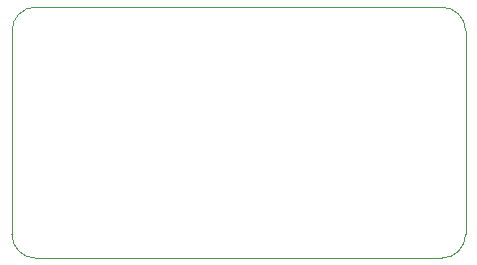
<source format=gm1>
G04 #@! TF.GenerationSoftware,KiCad,Pcbnew,(6.0.11)*
G04 #@! TF.CreationDate,2023-03-04T17:47:10+01:00*
G04 #@! TF.ProjectId,ATMEGA328P_AU_BreadboardAdapter,41544d45-4741-4333-9238-505f41555f42,rev?*
G04 #@! TF.SameCoordinates,Original*
G04 #@! TF.FileFunction,Profile,NP*
%FSLAX46Y46*%
G04 Gerber Fmt 4.6, Leading zero omitted, Abs format (unit mm)*
G04 Created by KiCad (PCBNEW (6.0.11)) date 2023-03-04 17:47:10*
%MOMM*%
%LPD*%
G01*
G04 APERTURE LIST*
G04 #@! TA.AperFunction,Profile*
%ADD10C,0.100000*%
G04 #@! TD*
G04 APERTURE END LIST*
D10*
X159500000Y-71250000D02*
G75*
G03*
X157500000Y-73250000I0J-2000000D01*
G01*
X159500000Y-92500000D02*
X193900000Y-92500000D01*
X157500000Y-73250000D02*
X157500000Y-90500000D01*
X193900000Y-71250000D02*
X159500000Y-71250000D01*
X195900000Y-73250000D02*
G75*
G03*
X193900000Y-71250000I-2000000J0D01*
G01*
X193900000Y-92500000D02*
G75*
G03*
X195900000Y-90500000I0J2000000D01*
G01*
X195900000Y-90500000D02*
X195900000Y-73250000D01*
X157500000Y-90500000D02*
G75*
G03*
X159500000Y-92500000I2000000J0D01*
G01*
M02*

</source>
